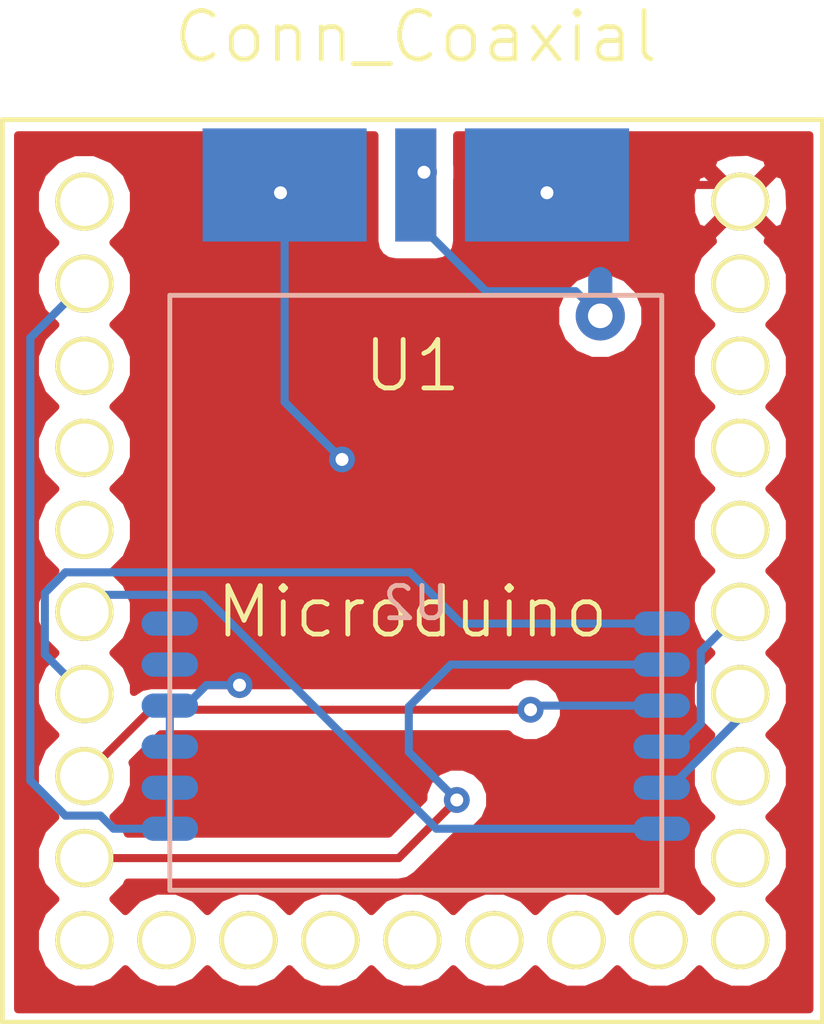
<source format=kicad_pcb>
(kicad_pcb (version 20171130) (host pcbnew no-vcs-found-8335345~61~ubuntu17.10.1)

  (general
    (thickness 1.6)
    (drawings 0)
    (tracks 64)
    (zones 0)
    (modules 3)
    (nets 29)
  )

  (page A4)
  (layers
    (0 F.Cu signal)
    (31 B.Cu signal)
    (32 B.Adhes user)
    (33 F.Adhes user)
    (34 B.Paste user)
    (35 F.Paste user)
    (36 B.SilkS user)
    (37 F.SilkS user)
    (38 B.Mask user)
    (39 F.Mask user)
    (40 Dwgs.User user)
    (41 Cmts.User user)
    (42 Eco1.User user)
    (43 Eco2.User user)
    (44 Edge.Cuts user)
    (45 Margin user)
    (46 B.CrtYd user)
    (47 F.CrtYd user)
    (48 B.Fab user)
    (49 F.Fab user)
  )

  (setup
    (last_trace_width 0.25)
    (trace_clearance 0.2)
    (zone_clearance 0.508)
    (zone_45_only no)
    (trace_min 0.2)
    (segment_width 0.2)
    (edge_width 0.15)
    (via_size 0.8)
    (via_drill 0.4)
    (via_min_size 0.4)
    (via_min_drill 0.3)
    (uvia_size 0.3)
    (uvia_drill 0.1)
    (uvias_allowed no)
    (uvia_min_size 0.2)
    (uvia_min_drill 0.1)
    (pcb_text_width 0.3)
    (pcb_text_size 1.5 1.5)
    (mod_edge_width 0.15)
    (mod_text_size 1 1)
    (mod_text_width 0.15)
    (pad_size 1.524 1.524)
    (pad_drill 0.762)
    (pad_to_mask_clearance 0.2)
    (aux_axis_origin 0 0)
    (visible_elements FFFFFF7F)
    (pcbplotparams
      (layerselection 0x010fc_ffffffff)
      (usegerberextensions false)
      (usegerberattributes false)
      (usegerberadvancedattributes false)
      (creategerberjobfile false)
      (excludeedgelayer true)
      (linewidth 0.100000)
      (plotframeref false)
      (viasonmask false)
      (mode 1)
      (useauxorigin false)
      (hpglpennumber 1)
      (hpglpenspeed 20)
      (hpglpendiameter 15)
      (psnegative false)
      (psa4output false)
      (plotreference true)
      (plotvalue true)
      (plotinvisibletext false)
      (padsonsilk false)
      (subtractmaskfromsilk false)
      (outputformat 1)
      (mirror false)
      (drillshape 1)
      (scaleselection 1)
      (outputdirectory ""))
  )

  (net 0 "")
  (net 1 GND)
  (net 2 "Net-(J1-Pad1)")
  (net 3 "Net-(U1-Pad27)")
  (net 4 +3V3)
  (net 5 "Net-(U1-Pad25)")
  (net 6 "Net-(U1-Pad24)")
  (net 7 "Net-(U1-Pad23)")
  (net 8 SS)
  (net 9 MOSI)
  (net 10 MISO)
  (net 11 SCLK)
  (net 12 "Net-(U1-Pad18)")
  (net 13 "Net-(U1-Pad17)")
  (net 14 "Net-(U1-Pad16)")
  (net 15 "Net-(U1-Pad15)")
  (net 16 "Net-(U1-Pad14)")
  (net 17 "Net-(U1-Pad13)")
  (net 18 "Net-(U1-Pad12)")
  (net 19 "Net-(U1-Pad11)")
  (net 20 "Net-(U1-Pad9)")
  (net 21 "Net-(U1-Pad8)")
  (net 22 GDO0)
  (net 23 GD01)
  (net 24 "Net-(U1-Pad5)")
  (net 25 "Net-(U1-Pad4)")
  (net 26 "Net-(U1-Pad3)")
  (net 27 "Net-(U1-Pad2)")
  (net 28 "Net-(U1-Pad10)")

  (net_class Default "This is the default net class."
    (clearance 0.2)
    (trace_width 0.25)
    (via_dia 0.8)
    (via_drill 0.4)
    (uvia_dia 0.3)
    (uvia_drill 0.1)
    (add_net +3V3)
    (add_net GD01)
    (add_net GDO0)
    (add_net GND)
    (add_net MISO)
    (add_net MOSI)
    (add_net "Net-(J1-Pad1)")
    (add_net "Net-(U1-Pad10)")
    (add_net "Net-(U1-Pad11)")
    (add_net "Net-(U1-Pad12)")
    (add_net "Net-(U1-Pad13)")
    (add_net "Net-(U1-Pad14)")
    (add_net "Net-(U1-Pad15)")
    (add_net "Net-(U1-Pad16)")
    (add_net "Net-(U1-Pad17)")
    (add_net "Net-(U1-Pad18)")
    (add_net "Net-(U1-Pad2)")
    (add_net "Net-(U1-Pad23)")
    (add_net "Net-(U1-Pad24)")
    (add_net "Net-(U1-Pad25)")
    (add_net "Net-(U1-Pad27)")
    (add_net "Net-(U1-Pad3)")
    (add_net "Net-(U1-Pad4)")
    (add_net "Net-(U1-Pad5)")
    (add_net "Net-(U1-Pad8)")
    (add_net "Net-(U1-Pad9)")
    (add_net SCLK)
    (add_net SS)
  )

  (module lib:SMA_EDGE (layer F.Cu) (tedit 59FB7E0E) (tstamp 5A36BB56)
    (at 136.906 48.514)
    (path /5A3598C7)
    (fp_text reference J1 (at 0 -6.35) (layer F.SilkS) hide
      (effects (font (size 1.5 1.5) (thickness 0.15)))
    )
    (fp_text value Conn_Coaxial (at 0 -6.35 180) (layer F.SilkS)
      (effects (font (size 1.5 1.5) (thickness 0.15)))
    )
    (pad 2 smd rect (at -4.064 -1.7653) (size 5.08 3.5) (layers F.Cu F.Paste F.Mask)
      (net 1 GND))
    (pad 2 smd rect (at 4.064 -1.7653) (size 5.08 3.5) (layers F.Cu F.Paste F.Mask)
      (net 1 GND))
    (pad 1 smd rect (at 0 -1.7653) (size 1.27 3.5) (layers B.Cu B.Paste B.Mask)
      (net 2 "Net-(J1-Pad1)"))
    (pad 2 smd rect (at -4.064 -1.7653) (size 5.08 3.5) (layers B.Cu B.Paste B.Mask)
      (net 1 GND))
    (pad 2 smd rect (at 4.064 -1.7653) (size 5.08 3.5) (layers B.Cu B.Paste B.Mask)
      (net 1 GND))
    (pad 1 smd rect (at 0 -1.7653) (size 1.27 3.5) (layers F.Cu F.Paste F.Mask)
      (net 2 "Net-(J1-Pad1)"))
  )

  (module lib:microduino (layer F.Cu) (tedit 5A35922C) (tstamp 5A36BB79)
    (at 136.800001 59.965001)
    (tags "foont print ruotato mettere i comp su F Cu")
    (path /5A357CC2)
    (fp_text reference U1 (at 0 -7.62) (layer F.SilkS)
      (effects (font (size 1.5 1.5) (thickness 0.15)))
    )
    (fp_text value Microduino (at 0 0) (layer F.SilkS)
      (effects (font (size 1.5 1.5) (thickness 0.15)))
    )
    (fp_line (start -12.7 -15.24) (end 12.7 -15.24) (layer F.SilkS) (width 0.15))
    (fp_line (start 12.7 -15.24) (end 12.7 12.7) (layer F.SilkS) (width 0.15))
    (fp_line (start 12.7 12.7) (end -12.7 12.7) (layer F.SilkS) (width 0.15))
    (fp_line (start -12.7 12.7) (end -12.7 -15.24) (layer F.SilkS) (width 0.15))
    (pad 27 thru_hole circle (at -10.16 -12.7) (size 1.8 1.8) (drill 1.5) (layers *.Cu *.Mask F.SilkS)
      (net 3 "Net-(U1-Pad27)"))
    (pad 26 thru_hole circle (at -10.16 -10.16) (size 1.8 1.8) (drill 1.5) (layers *.Cu *.Mask F.SilkS)
      (net 4 +3V3))
    (pad 25 thru_hole circle (at -10.16 -7.62) (size 1.8 1.8) (drill 1.5) (layers *.Cu *.Mask F.SilkS)
      (net 5 "Net-(U1-Pad25)"))
    (pad 24 thru_hole circle (at -10.16 -5.08) (size 1.8 1.8) (drill 1.5) (layers *.Cu *.Mask F.SilkS)
      (net 6 "Net-(U1-Pad24)"))
    (pad 23 thru_hole circle (at -10.16 -2.54) (size 1.8 1.8) (drill 1.5) (layers *.Cu *.Mask F.SilkS)
      (net 7 "Net-(U1-Pad23)"))
    (pad 22 thru_hole circle (at -10.16 0) (size 1.8 1.8) (drill 1.5) (layers *.Cu *.Mask F.SilkS)
      (net 8 SS))
    (pad 21 thru_hole circle (at -10.16 2.54) (size 1.8 1.8) (drill 1.5) (layers *.Cu *.Mask F.SilkS)
      (net 9 MOSI))
    (pad 20 thru_hole circle (at -10.16 5.08) (size 1.8 1.8) (drill 1.5) (layers *.Cu *.Mask F.SilkS)
      (net 10 MISO))
    (pad 19 thru_hole circle (at -10.16 7.62) (size 1.8 1.8) (drill 1.5) (layers *.Cu *.Mask F.SilkS)
      (net 11 SCLK))
    (pad 18 thru_hole circle (at -10.16 10.16) (size 1.8 1.8) (drill 1.5) (layers *.Cu *.Mask F.SilkS)
      (net 12 "Net-(U1-Pad18)"))
    (pad 17 thru_hole circle (at -7.62 10.16) (size 1.8 1.8) (drill 1.5) (layers *.Cu *.Mask F.SilkS)
      (net 13 "Net-(U1-Pad17)"))
    (pad 16 thru_hole circle (at -5.08 10.16) (size 1.8 1.8) (drill 1.5) (layers *.Cu *.Mask F.SilkS)
      (net 14 "Net-(U1-Pad16)"))
    (pad 15 thru_hole circle (at -2.54 10.16) (size 1.8 1.8) (drill 1.5) (layers *.Cu *.Mask F.SilkS)
      (net 15 "Net-(U1-Pad15)"))
    (pad 14 thru_hole circle (at 0 10.16) (size 1.8 1.8) (drill 1.5) (layers *.Cu *.Mask F.SilkS)
      (net 16 "Net-(U1-Pad14)"))
    (pad 13 thru_hole circle (at 2.54 10.16) (size 1.8 1.8) (drill 1.5) (layers *.Cu *.Mask F.SilkS)
      (net 17 "Net-(U1-Pad13)"))
    (pad 12 thru_hole circle (at 5.08 10.16) (size 1.8 1.8) (drill 1.5) (layers *.Cu *.Mask F.SilkS)
      (net 18 "Net-(U1-Pad12)"))
    (pad 11 thru_hole circle (at 7.62 10.16) (size 1.8 1.8) (drill 1.5) (layers *.Cu *.Mask F.SilkS)
      (net 19 "Net-(U1-Pad11)"))
    (pad 9 thru_hole circle (at 10.16 7.62) (size 1.8 1.8) (drill 1.5) (layers *.Cu *.Mask F.SilkS)
      (net 20 "Net-(U1-Pad9)"))
    (pad 8 thru_hole circle (at 10.16 5.08) (size 1.8 1.8) (drill 1.5) (layers *.Cu *.Mask F.SilkS)
      (net 21 "Net-(U1-Pad8)"))
    (pad 7 thru_hole circle (at 10.16 2.54) (size 1.8 1.8) (drill 1.5) (layers *.Cu *.Mask F.SilkS)
      (net 22 GDO0))
    (pad 6 thru_hole circle (at 10.16 0) (size 1.8 1.8) (drill 1.5) (layers *.Cu *.Mask F.SilkS)
      (net 23 GD01))
    (pad 5 thru_hole circle (at 10.16 -2.54) (size 1.8 1.8) (drill 1.5) (layers *.Cu *.Mask F.SilkS)
      (net 24 "Net-(U1-Pad5)"))
    (pad 4 thru_hole circle (at 10.16 -5.08) (size 1.8 1.8) (drill 1.5) (layers *.Cu *.Mask F.SilkS)
      (net 25 "Net-(U1-Pad4)"))
    (pad 3 thru_hole circle (at 10.16 -7.62) (size 1.8 1.8) (drill 1.5) (layers *.Cu *.Mask F.SilkS)
      (net 26 "Net-(U1-Pad3)"))
    (pad 2 thru_hole circle (at 10.16 -10.16) (size 1.8 1.8) (drill 1.5) (layers *.Cu *.Mask F.SilkS)
      (net 27 "Net-(U1-Pad2)"))
    (pad 10 thru_hole circle (at 10.16 10.16) (size 1.8 1.8) (drill 1.5) (layers *.Cu *.Mask F.SilkS)
      (net 28 "Net-(U1-Pad10)"))
    (pad 1 thru_hole circle (at 10.16 -12.7) (size 1.8 1.8) (drill 1.5) (layers *.Cu *.Mask F.SilkS)
      (net 1 GND))
  )

  (module lib:CC1101-868MHz-Module (layer B.Cu) (tedit 5A358D1E) (tstamp 5A36BEC2)
    (at 136.906 59.69 180)
    (descr http://www.digirf.com/XWFU/2013/4f3751b81deca976.pdf)
    (path /5A357AC8)
    (fp_text reference U2 (at 0 0 180) (layer B.SilkS)
      (effects (font (size 1 1) (thickness 0.15)) (justify mirror))
    )
    (fp_text value CC1101-868MHz-Module (at 0 11 180) (layer B.Fab)
      (effects (font (size 1 1) (thickness 0.15)) (justify mirror))
    )
    (fp_line (start -7.62 -8.89) (end 7.62 -8.89) (layer B.SilkS) (width 0.15))
    (fp_line (start 7.62 9.525) (end -7.62 9.525) (layer B.SilkS) (width 0.15))
    (fp_line (start 7.62 9.525) (end 7.62 -8.89) (layer B.SilkS) (width 0.15))
    (fp_line (start -7.62 -8.89) (end -7.62 9.525) (layer B.SilkS) (width 0.15))
    (pad 1 smd oval (at -7.62 -0.635 180) (size 1.75 0.75) (layers B.Cu B.Paste B.Mask)
      (net 9 MOSI))
    (pad 2 smd oval (at -7.62 -1.905 180) (size 1.75 0.75) (layers B.Cu B.Paste B.Mask)
      (net 11 SCLK))
    (pad 3 smd oval (at -7.62 -3.175 180) (size 1.75 0.75) (layers B.Cu B.Paste B.Mask)
      (net 10 MISO))
    (pad 4 smd oval (at -7.62 -4.445 180) (size 1.75 0.75) (layers B.Cu B.Paste B.Mask)
      (net 23 GD01))
    (pad 5 smd oval (at -7.62 -5.715 180) (size 1.75 0.75) (layers B.Cu B.Paste B.Mask)
      (net 22 GDO0))
    (pad 6 smd oval (at -7.62 -6.985 180) (size 1.75 0.75) (layers B.Cu B.Paste B.Mask)
      (net 8 SS))
    (pad 7 smd oval (at 7.62 -6.985 180) (size 1.75 0.75) (layers B.Cu B.Paste B.Mask)
      (net 4 +3V3))
    (pad 8 smd oval (at 7.62 -5.715 180) (size 1.75 0.75) (layers B.Cu B.Paste B.Mask)
      (net 4 +3V3))
    (pad 9 smd oval (at 7.62 -4.445 180) (size 1.75 0.75) (layers B.Cu B.Paste B.Mask)
      (net 1 GND))
    (pad 10 smd oval (at 7.62 -3.175 180) (size 1.75 0.75) (layers B.Cu B.Paste B.Mask)
      (net 1 GND))
    (pad 11 smd oval (at 7.62 -1.905 180) (size 1.75 0.75) (layers B.Cu B.Paste B.Mask))
    (pad 12 smd oval (at 7.62 -0.635 180) (size 1.75 0.75) (layers B.Cu B.Paste B.Mask))
    (pad ANT thru_hole circle (at -5.715 8.89 180) (size 1.524 1.524) (drill 0.762) (layers *.Cu *.Mask)
      (net 2 "Net-(J1-Pad1)"))
    (pad ANT smd oval (at -5.715 9.525 90) (size 1.75 0.75) (layers B.Cu B.Paste B.Mask)
      (net 2 "Net-(J1-Pad1)"))
  )

  (via (at 137.16 46.355) (size 0.8) (drill 0.4) (layers F.Cu B.Cu) (net 2))
  (segment (start 140.97 46.99) (end 137.795 50.165) (width 0.25) (layer F.Cu) (net 1))
  (segment (start 137.795 50.165) (end 134.2583 50.165) (width 0.25) (layer F.Cu) (net 1))
  (segment (start 134.2583 50.165) (end 132.842 48.7487) (width 0.25) (layer F.Cu) (net 1))
  (segment (start 132.842 48.7487) (end 132.842 46.7487) (width 0.25) (layer F.Cu) (net 1))
  (via (at 132.715 46.99) (size 0.8) (drill 0.4) (layers F.Cu B.Cu) (net 1))
  (via (at 140.97 46.99) (size 0.8) (drill 0.4) (layers F.Cu B.Cu) (net 1))
  (segment (start 140.97 46.7487) (end 146.4437 46.7487) (width 0.25) (layer F.Cu) (net 1))
  (segment (start 146.4437 46.7487) (end 146.960001 47.265001) (width 0.25) (layer F.Cu) (net 1))
  (segment (start 131.445 62.23) (end 131.445 58.42) (width 0.25) (layer F.Cu) (net 1))
  (segment (start 131.445 58.42) (end 134.62 55.245) (width 0.25) (layer F.Cu) (net 1))
  (segment (start 130.421 62.23) (end 131.445 62.23) (width 0.25) (layer B.Cu) (net 1))
  (via (at 131.445 62.23) (size 0.8) (drill 0.4) (layers F.Cu B.Cu) (net 1))
  (segment (start 129.286 62.865) (end 129.786 62.865) (width 0.25) (layer B.Cu) (net 1))
  (segment (start 129.786 62.865) (end 130.421 62.23) (width 0.25) (layer B.Cu) (net 1))
  (segment (start 132.842 46.7487) (end 132.842 53.467) (width 0.25) (layer B.Cu) (net 1))
  (segment (start 132.842 53.467) (end 134.62 55.245) (width 0.25) (layer B.Cu) (net 1))
  (segment (start 129.286 64.135) (end 129.286 62.865) (width 0.25) (layer B.Cu) (net 1))
  (via (at 134.62 55.245) (size 0.8) (drill 0.4) (layers F.Cu B.Cu) (net 1))
  (segment (start 142.621 50.8) (end 141.859001 50.038001) (width 0.25) (layer B.Cu) (net 2))
  (segment (start 141.859001 50.038001) (end 139.080301 50.038001) (width 0.25) (layer B.Cu) (net 2))
  (segment (start 139.080301 50.038001) (end 136.906 47.8637) (width 0.25) (layer B.Cu) (net 2))
  (segment (start 136.906 47.8637) (end 136.906 46.7487) (width 0.25) (layer B.Cu) (net 2))
  (segment (start 129.286 66.675) (end 127.543002 66.675) (width 0.25) (layer B.Cu) (net 4))
  (segment (start 127.543002 66.675) (end 127.138004 66.270002) (width 0.25) (layer B.Cu) (net 4))
  (segment (start 127.138004 66.270002) (end 126.052 66.270002) (width 0.25) (layer B.Cu) (net 4))
  (segment (start 126.052 66.270002) (end 124.96499 65.182992) (width 0.25) (layer B.Cu) (net 4))
  (segment (start 124.96499 65.182992) (end 124.96499 51.480012) (width 0.25) (layer B.Cu) (net 4))
  (segment (start 124.96499 51.480012) (end 125.740002 50.705) (width 0.25) (layer B.Cu) (net 4))
  (segment (start 125.740002 50.705) (end 126.640001 49.805001) (width 0.25) (layer B.Cu) (net 4))
  (segment (start 129.286 66.675) (end 129.286 65.405) (width 0.25) (layer B.Cu) (net 4))
  (segment (start 137.541 66.675) (end 130.302 59.436) (width 0.25) (layer B.Cu) (net 8))
  (segment (start 127.169002 59.436) (end 126.640001 59.965001) (width 0.25) (layer B.Cu) (net 8))
  (segment (start 144.526 66.675) (end 137.541 66.675) (width 0.25) (layer B.Cu) (net 8))
  (segment (start 130.302 59.436) (end 127.169002 59.436) (width 0.25) (layer B.Cu) (net 8))
  (segment (start 125.415 61.28) (end 125.415 59.377) (width 0.25) (layer B.Cu) (net 9))
  (segment (start 126.640001 62.505001) (end 125.415 61.28) (width 0.25) (layer B.Cu) (net 9))
  (segment (start 125.415 59.377) (end 126.052 58.74) (width 0.25) (layer B.Cu) (net 9))
  (segment (start 138.31241 60.325) (end 144.526 60.325) (width 0.25) (layer B.Cu) (net 9))
  (segment (start 126.052 58.74) (end 136.72741 58.74) (width 0.25) (layer B.Cu) (net 9))
  (segment (start 136.72741 58.74) (end 138.31241 60.325) (width 0.25) (layer B.Cu) (net 9))
  (segment (start 140.589 62.865) (end 140.462 62.992) (width 0.25) (layer B.Cu) (net 10))
  (via (at 140.462 62.992) (size 0.8) (drill 0.4) (layers F.Cu B.Cu) (net 10))
  (segment (start 139.896315 62.992) (end 140.462 62.992) (width 0.25) (layer F.Cu) (net 10))
  (segment (start 126.640001 65.045001) (end 128.693002 62.992) (width 0.25) (layer F.Cu) (net 10))
  (segment (start 128.693002 62.992) (end 139.896315 62.992) (width 0.25) (layer F.Cu) (net 10))
  (segment (start 144.526 62.865) (end 140.589 62.865) (width 0.25) (layer B.Cu) (net 10))
  (segment (start 136.688998 62.897998) (end 136.688998 64.298998) (width 0.25) (layer B.Cu) (net 11))
  (segment (start 137.776001 65.386001) (end 138.176 65.786) (width 0.25) (layer B.Cu) (net 11))
  (segment (start 137.991996 61.595) (end 136.688998 62.897998) (width 0.25) (layer B.Cu) (net 11))
  (segment (start 144.526 61.595) (end 137.991996 61.595) (width 0.25) (layer B.Cu) (net 11))
  (segment (start 136.688998 64.298998) (end 137.776001 65.386001) (width 0.25) (layer B.Cu) (net 11))
  (segment (start 126.640001 67.585001) (end 136.376999 67.585001) (width 0.25) (layer F.Cu) (net 11))
  (segment (start 136.376999 67.585001) (end 137.776001 66.185999) (width 0.25) (layer F.Cu) (net 11))
  (segment (start 137.776001 66.185999) (end 138.176 65.786) (width 0.25) (layer F.Cu) (net 11))
  (via (at 138.176 65.786) (size 0.8) (drill 0.4) (layers F.Cu B.Cu) (net 11))
  (segment (start 144.526 65.405) (end 144.787 65.405) (width 0.25) (layer B.Cu) (net 22))
  (segment (start 144.787 65.405) (end 146.960001 63.231999) (width 0.25) (layer B.Cu) (net 22))
  (segment (start 146.960001 63.231999) (end 146.960001 62.505001) (width 0.25) (layer B.Cu) (net 22))
  (segment (start 144.526 64.135) (end 145.026 64.135) (width 0.25) (layer B.Cu) (net 23))
  (segment (start 145.026 64.135) (end 145.735 63.426) (width 0.25) (layer B.Cu) (net 23))
  (segment (start 145.735 61.190002) (end 146.060002 60.865) (width 0.25) (layer B.Cu) (net 23))
  (segment (start 145.735 63.426) (end 145.735 61.190002) (width 0.25) (layer B.Cu) (net 23))
  (segment (start 146.060002 60.865) (end 146.960001 59.965001) (width 0.25) (layer B.Cu) (net 23))

  (zone (net 1) (net_name GND) (layer F.Cu) (tstamp 0) (hatch edge 0.508)
    (connect_pads thru_hole_only (clearance 0.508))
    (min_thickness 0.254)
    (fill yes (arc_segments 16) (thermal_gap 0.508) (thermal_bridge_width 0.508))
    (polygon
      (pts
        (xy 124.46 45.085) (xy 149.225 45.085) (xy 149.225 72.39) (xy 124.46 72.39)
      )
    )
    (filled_polygon
      (pts
        (xy 135.62356 48.4987) (xy 135.672843 48.746465) (xy 135.813191 48.956509) (xy 136.023235 49.096857) (xy 136.271 49.14614)
        (xy 137.541 49.14614) (xy 137.788765 49.096857) (xy 137.998809 48.956509) (xy 138.139157 48.746465) (xy 138.18844 48.4987)
        (xy 138.18844 47.024337) (xy 145.413543 47.024337) (xy 145.439162 47.634461) (xy 145.623358 48.079149) (xy 145.879842 48.165555)
        (xy 146.780396 47.265001) (xy 147.139606 47.265001) (xy 148.04016 48.165555) (xy 148.296644 48.079149) (xy 148.506459 47.505665)
        (xy 148.48084 46.895541) (xy 148.296644 46.450853) (xy 148.04016 46.364447) (xy 147.139606 47.265001) (xy 146.780396 47.265001)
        (xy 145.879842 46.364447) (xy 145.623358 46.450853) (xy 145.413543 47.024337) (xy 138.18844 47.024337) (xy 138.18844 46.577142)
        (xy 138.19482 46.561777) (xy 138.195148 46.184842) (xy 146.059447 46.184842) (xy 146.960001 47.085396) (xy 147.860555 46.184842)
        (xy 147.774149 45.928358) (xy 147.200665 45.718543) (xy 146.590541 45.744162) (xy 146.145853 45.928358) (xy 146.059447 46.184842)
        (xy 138.195148 46.184842) (xy 138.195179 46.150029) (xy 138.18844 46.133719) (xy 138.18844 45.212) (xy 149.098 45.212)
        (xy 149.098 72.263) (xy 124.587 72.263) (xy 124.587 47.568992) (xy 125.104736 47.568992) (xy 125.337933 48.133372)
        (xy 125.739183 48.535324) (xy 125.33945 48.934358) (xy 125.105268 49.498331) (xy 125.104736 50.108992) (xy 125.337933 50.673372)
        (xy 125.739183 51.075324) (xy 125.33945 51.474358) (xy 125.105268 52.038331) (xy 125.104736 52.648992) (xy 125.337933 53.213372)
        (xy 125.739183 53.615324) (xy 125.33945 54.014358) (xy 125.105268 54.578331) (xy 125.104736 55.188992) (xy 125.337933 55.753372)
        (xy 125.739183 56.155324) (xy 125.33945 56.554358) (xy 125.105268 57.118331) (xy 125.104736 57.728992) (xy 125.337933 58.293372)
        (xy 125.739183 58.695324) (xy 125.33945 59.094358) (xy 125.105268 59.658331) (xy 125.104736 60.268992) (xy 125.337933 60.833372)
        (xy 125.739183 61.235324) (xy 125.33945 61.634358) (xy 125.105268 62.198331) (xy 125.104736 62.808992) (xy 125.337933 63.373372)
        (xy 125.739183 63.775324) (xy 125.33945 64.174358) (xy 125.105268 64.738331) (xy 125.104736 65.348992) (xy 125.337933 65.913372)
        (xy 125.739183 66.315324) (xy 125.33945 66.714358) (xy 125.105268 67.278331) (xy 125.104736 67.888992) (xy 125.337933 68.453372)
        (xy 125.739183 68.855324) (xy 125.33945 69.254358) (xy 125.105268 69.818331) (xy 125.104736 70.428992) (xy 125.337933 70.993372)
        (xy 125.769358 71.425552) (xy 126.333331 71.659734) (xy 126.943992 71.660266) (xy 127.508372 71.427069) (xy 127.910324 71.025819)
        (xy 128.309358 71.425552) (xy 128.873331 71.659734) (xy 129.483992 71.660266) (xy 130.048372 71.427069) (xy 130.450324 71.025819)
        (xy 130.849358 71.425552) (xy 131.413331 71.659734) (xy 132.023992 71.660266) (xy 132.588372 71.427069) (xy 132.990324 71.025819)
        (xy 133.389358 71.425552) (xy 133.953331 71.659734) (xy 134.563992 71.660266) (xy 135.128372 71.427069) (xy 135.530324 71.025819)
        (xy 135.929358 71.425552) (xy 136.493331 71.659734) (xy 137.103992 71.660266) (xy 137.668372 71.427069) (xy 138.070324 71.025819)
        (xy 138.469358 71.425552) (xy 139.033331 71.659734) (xy 139.643992 71.660266) (xy 140.208372 71.427069) (xy 140.610324 71.025819)
        (xy 141.009358 71.425552) (xy 141.573331 71.659734) (xy 142.183992 71.660266) (xy 142.748372 71.427069) (xy 143.150324 71.025819)
        (xy 143.549358 71.425552) (xy 144.113331 71.659734) (xy 144.723992 71.660266) (xy 145.288372 71.427069) (xy 145.690324 71.025819)
        (xy 146.089358 71.425552) (xy 146.653331 71.659734) (xy 147.263992 71.660266) (xy 147.828372 71.427069) (xy 148.260552 70.995644)
        (xy 148.494734 70.431671) (xy 148.495266 69.82101) (xy 148.262069 69.25663) (xy 147.860819 68.854678) (xy 148.260552 68.455644)
        (xy 148.494734 67.891671) (xy 148.495266 67.28101) (xy 148.262069 66.71663) (xy 147.860819 66.314678) (xy 148.260552 65.915644)
        (xy 148.494734 65.351671) (xy 148.495266 64.74101) (xy 148.262069 64.17663) (xy 147.860819 63.774678) (xy 148.260552 63.375644)
        (xy 148.494734 62.811671) (xy 148.495266 62.20101) (xy 148.262069 61.63663) (xy 147.860819 61.234678) (xy 148.260552 60.835644)
        (xy 148.494734 60.271671) (xy 148.495266 59.66101) (xy 148.262069 59.09663) (xy 147.860819 58.694678) (xy 148.260552 58.295644)
        (xy 148.494734 57.731671) (xy 148.495266 57.12101) (xy 148.262069 56.55663) (xy 147.860819 56.154678) (xy 148.260552 55.755644)
        (xy 148.494734 55.191671) (xy 148.495266 54.58101) (xy 148.262069 54.01663) (xy 147.860819 53.614678) (xy 148.260552 53.215644)
        (xy 148.494734 52.651671) (xy 148.495266 52.04101) (xy 148.262069 51.47663) (xy 147.860819 51.074678) (xy 148.260552 50.675644)
        (xy 148.494734 50.111671) (xy 148.495266 49.50101) (xy 148.262069 48.93663) (xy 147.830644 48.50445) (xy 147.809807 48.495798)
        (xy 147.860555 48.34516) (xy 146.960001 47.444606) (xy 146.059447 48.34516) (xy 146.110036 48.495328) (xy 146.09163 48.502933)
        (xy 145.65945 48.934358) (xy 145.425268 49.498331) (xy 145.424736 50.108992) (xy 145.657933 50.673372) (xy 146.059183 51.075324)
        (xy 145.65945 51.474358) (xy 145.425268 52.038331) (xy 145.424736 52.648992) (xy 145.657933 53.213372) (xy 146.059183 53.615324)
        (xy 145.65945 54.014358) (xy 145.425268 54.578331) (xy 145.424736 55.188992) (xy 145.657933 55.753372) (xy 146.059183 56.155324)
        (xy 145.65945 56.554358) (xy 145.425268 57.118331) (xy 145.424736 57.728992) (xy 145.657933 58.293372) (xy 146.059183 58.695324)
        (xy 145.65945 59.094358) (xy 145.425268 59.658331) (xy 145.424736 60.268992) (xy 145.657933 60.833372) (xy 146.059183 61.235324)
        (xy 145.65945 61.634358) (xy 145.425268 62.198331) (xy 145.424736 62.808992) (xy 145.657933 63.373372) (xy 146.059183 63.775324)
        (xy 145.65945 64.174358) (xy 145.425268 64.738331) (xy 145.424736 65.348992) (xy 145.657933 65.913372) (xy 146.059183 66.315324)
        (xy 145.65945 66.714358) (xy 145.425268 67.278331) (xy 145.424736 67.888992) (xy 145.657933 68.453372) (xy 146.059183 68.855324)
        (xy 145.689678 69.224183) (xy 145.290644 68.82445) (xy 144.726671 68.590268) (xy 144.11601 68.589736) (xy 143.55163 68.822933)
        (xy 143.149678 69.224183) (xy 142.750644 68.82445) (xy 142.186671 68.590268) (xy 141.57601 68.589736) (xy 141.01163 68.822933)
        (xy 140.609678 69.224183) (xy 140.210644 68.82445) (xy 139.646671 68.590268) (xy 139.03601 68.589736) (xy 138.47163 68.822933)
        (xy 138.069678 69.224183) (xy 137.670644 68.82445) (xy 137.106671 68.590268) (xy 136.49601 68.589736) (xy 135.93163 68.822933)
        (xy 135.529678 69.224183) (xy 135.130644 68.82445) (xy 134.566671 68.590268) (xy 133.95601 68.589736) (xy 133.39163 68.822933)
        (xy 132.989678 69.224183) (xy 132.590644 68.82445) (xy 132.026671 68.590268) (xy 131.41601 68.589736) (xy 130.85163 68.822933)
        (xy 130.449678 69.224183) (xy 130.050644 68.82445) (xy 129.486671 68.590268) (xy 128.87601 68.589736) (xy 128.31163 68.822933)
        (xy 127.909678 69.224183) (xy 127.540819 68.854678) (xy 127.940552 68.455644) (xy 127.986495 68.345001) (xy 136.376999 68.345001)
        (xy 136.667838 68.287149) (xy 136.9144 68.122402) (xy 138.215767 66.821035) (xy 138.380971 66.821179) (xy 138.761515 66.663942)
        (xy 139.052919 66.373046) (xy 139.21082 65.992777) (xy 139.211179 65.581029) (xy 139.053942 65.200485) (xy 138.763046 64.909081)
        (xy 138.382777 64.75118) (xy 137.971029 64.750821) (xy 137.590485 64.908058) (xy 137.299081 65.198954) (xy 137.14118 65.579223)
        (xy 137.141034 65.746164) (xy 136.062197 66.825001) (xy 127.986847 66.825001) (xy 127.942069 66.71663) (xy 127.540819 66.314678)
        (xy 127.940552 65.915644) (xy 128.174734 65.351671) (xy 128.175266 64.74101) (xy 128.129516 64.630288) (xy 129.007804 63.752)
        (xy 139.758239 63.752) (xy 139.874954 63.868919) (xy 140.255223 64.02682) (xy 140.666971 64.027179) (xy 141.047515 63.869942)
        (xy 141.338919 63.579046) (xy 141.49682 63.198777) (xy 141.497179 62.787029) (xy 141.339942 62.406485) (xy 141.049046 62.115081)
        (xy 140.668777 61.95718) (xy 140.257029 61.956821) (xy 139.876485 62.114058) (xy 139.758337 62.232) (xy 128.693002 62.232)
        (xy 128.402163 62.289852) (xy 128.175056 62.441599) (xy 128.175266 62.20101) (xy 127.942069 61.63663) (xy 127.540819 61.234678)
        (xy 127.940552 60.835644) (xy 128.174734 60.271671) (xy 128.175266 59.66101) (xy 127.942069 59.09663) (xy 127.540819 58.694678)
        (xy 127.940552 58.295644) (xy 128.174734 57.731671) (xy 128.175266 57.12101) (xy 127.942069 56.55663) (xy 127.540819 56.154678)
        (xy 127.940552 55.755644) (xy 128.174734 55.191671) (xy 128.175266 54.58101) (xy 127.942069 54.01663) (xy 127.540819 53.614678)
        (xy 127.940552 53.215644) (xy 128.174734 52.651671) (xy 128.175266 52.04101) (xy 127.942069 51.47663) (xy 127.542799 51.076661)
        (xy 141.223758 51.076661) (xy 141.43599 51.590303) (xy 141.82863 51.983629) (xy 142.3419 52.196757) (xy 142.897661 52.197242)
        (xy 143.411303 51.98501) (xy 143.804629 51.59237) (xy 144.017757 51.0791) (xy 144.018242 50.523339) (xy 143.80601 50.009697)
        (xy 143.41337 49.616371) (xy 142.9001 49.403243) (xy 142.344339 49.402758) (xy 141.830697 49.61499) (xy 141.437371 50.00763)
        (xy 141.224243 50.5209) (xy 141.223758 51.076661) (xy 127.542799 51.076661) (xy 127.540819 51.074678) (xy 127.940552 50.675644)
        (xy 128.174734 50.111671) (xy 128.175266 49.50101) (xy 127.942069 48.93663) (xy 127.540819 48.534678) (xy 127.940552 48.135644)
        (xy 128.174734 47.571671) (xy 128.175266 46.96101) (xy 127.942069 46.39663) (xy 127.510644 45.96445) (xy 126.946671 45.730268)
        (xy 126.33601 45.729736) (xy 125.77163 45.962933) (xy 125.33945 46.394358) (xy 125.105268 46.958331) (xy 125.104736 47.568992)
        (xy 124.587 47.568992) (xy 124.587 45.212) (xy 135.62356 45.212)
      )
    )
  )
)

</source>
